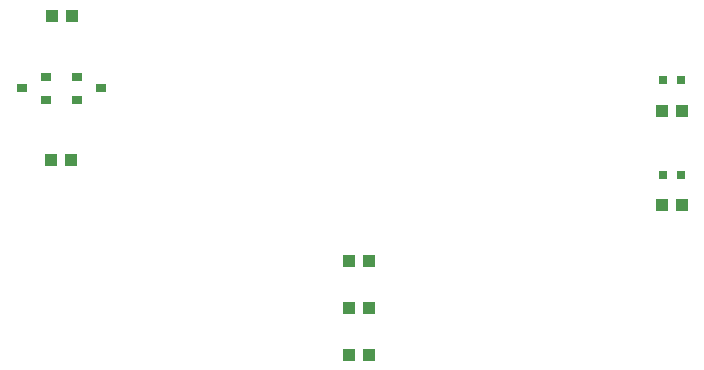
<source format=gbr>
G04 EAGLE Gerber RS-274X export*
G75*
%MOMM*%
%FSLAX34Y34*%
%LPD*%
%INSolderpaste Top*%
%IPPOS*%
%AMOC8*
5,1,8,0,0,1.08239X$1,22.5*%
G01*
%ADD10R,1.100000X1.000000*%
%ADD11R,0.889000X0.787400*%
%ADD12R,1.000000X1.100000*%
%ADD13R,0.800000X0.800000*%


D10*
X406500Y170000D03*
X423500Y170000D03*
X406500Y90000D03*
X423500Y90000D03*
X423500Y130000D03*
X406500Y130000D03*
D11*
X150060Y306394D03*
X150060Y325698D03*
X129740Y316046D03*
X176040Y325706D03*
X176040Y306402D03*
X196360Y316054D03*
D12*
X171500Y255600D03*
X154500Y255600D03*
X155000Y377600D03*
X172000Y377600D03*
X688500Y297000D03*
X671500Y297000D03*
X688500Y217000D03*
X671500Y217000D03*
D13*
X672500Y323000D03*
X687500Y323000D03*
X672500Y243000D03*
X687500Y243000D03*
M02*

</source>
